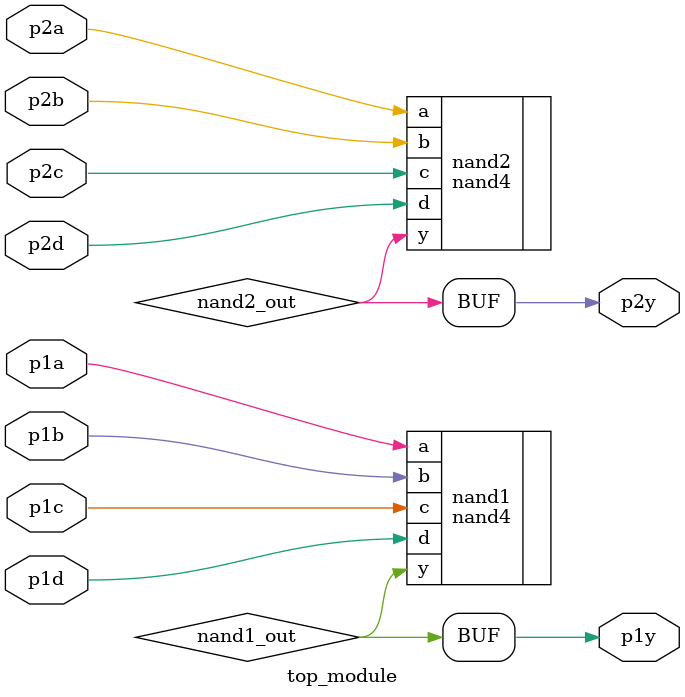
<source format=sv>
module top_module(
	input p1a, 
	input p1b, 
	input p1c, 
	input p1d, 
	output p1y, 
	input p2a, 
	input p2b, 
	input p2c, 
	input p2d, 
	output p2y
);

	// Internal wires to connect the inputs and outputs of the gates
	wire nand1_out;
	wire nand2_out;

	// First NAND gate
	nand4 #(4) nand1(
		.a(p1a),
		.b(p1b),
		.c(p1c),
		.d(p1d),
		.y(nand1_out)
	);

	// Second NAND gate
	nand4 #(4) nand2(
		.a(p2a),
		.b(p2b),
		.c(p2c),
		.d(p2d),
		.y(nand2_out)
	);

	// Output connections
	assign p1y = nand1_out;
	assign p2y = nand2_out;

endmodule

</source>
